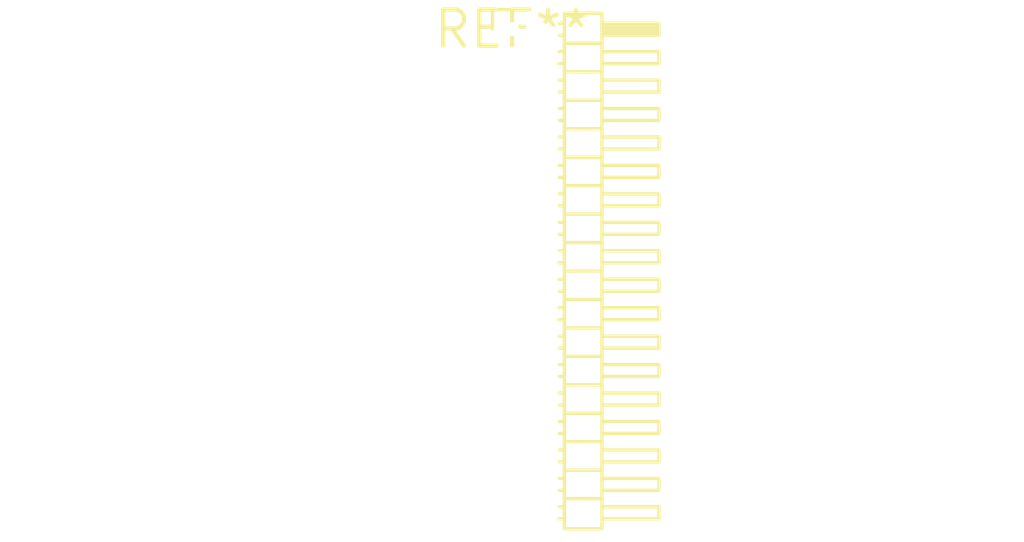
<source format=kicad_pcb>
(kicad_pcb (version 20240108) (generator pcbnew)
  (layers (0 "F.Cu" signal) (31 "B.Cu" signal) (34 "B.Paste" user) (35 "F.Paste" user) (36 "B.SilkS" user "B.Silkscreen") (37 "F.SilkS" user "F.Silkscreen") (38 "B.Mask" user) (39 "F.Mask" user) (44 "Edge.Cuts" user))
  (net 0 "")
  (footprint "PinHeader_2x18_P1.00mm_Horizontal" (layer "F.Cu") (at 0 0)
    (property "Reference" "REF**")
    (property "Value" "PinHeader_2x18_P1.00mm_Horizontal")
    (fp_line (start -0.685 -0.685) (end 0 -0.685) (layer "F.SilkS") (stroke (width 0.12)))
    (fp_line (start -0.685 0) (end -0.685 -0.685) (layer "F.SilkS") (stroke (width 0.12)))
    (fp_line (start 1.652016 -0.21) (end 1.84 -0.21) (layer "F.SilkS") (stroke (width 0.12)))
    (fp_line (start 1.652016 0.21) (end 1.84 0.21) (layer "F.SilkS") (stroke (width 0.12)))
    (fp_line (start 1.652016 0.79) (end 1.84 0.79) (layer "F.SilkS") (stroke (width 0.12)))
    (fp_line (start 1.652016 1.21) (end 1.84 1.21) (layer "F.SilkS") (stroke (width 0.12)))
    (fp_line (start 1.652016 1.79) (end 1.84 1.79) (layer "F.SilkS") (stroke (width 0.12)))
    (fp_line (start 1.652016 2.21) (end 1.84 2.21) (layer "F.SilkS") (stroke (width 0.12)))
    (fp_line (start 1.652016 2.79) (end 1.84 2.79) (layer "F.SilkS") (stroke (width 0.12)))
    (fp_line (start 1.652016 3.21) (end 1.84 3.21) (layer "F.SilkS") (stroke (width 0.12)))
    (fp_line (start 1.652016 3.79) (end 1.84 3.79) (layer "F.SilkS") (stroke (width 0.12)))
    (fp_line (start 1.652016 4.21) (end 1.84 4.21) (layer "F.SilkS") (stroke (width 0.12)))
    (fp_line (start 1.652016 4.79) (end 1.84 4.79) (layer "F.SilkS") (stroke (width 0.12)))
    (fp_line (start 1.652016 5.21) (end 1.84 5.21) (layer "F.SilkS") (stroke (width 0.12)))
    (fp_line (start 1.652016 5.79) (end 1.84 5.79) (layer "F.SilkS") (stroke (width 0.12)))
    (fp_line (start 1.652016 6.21) (end 1.84 6.21) (layer "F.SilkS") (stroke (width 0.12)))
    (fp_line (start 1.652016 6.79) (end 1.84 6.79) (layer "F.SilkS") (stroke (width 0.12)))
    (fp_line (start 1.652016 7.21) (end 1.84 7.21) (layer "F.SilkS") (stroke (width 0.12)))
    (fp_line (start 1.652016 7.79) (end 1.84 7.79) (layer "F.SilkS") (stroke (width 0.12)))
    (fp_line (start 1.652016 8.21) (end 1.84 8.21) (layer "F.SilkS") (stroke (width 0.12)))
    (fp_line (start 1.652016 8.79) (end 1.84 8.79) (layer "F.SilkS") (stroke (width 0.12)))
    (fp_line (start 1.652016 9.21) (end 1.84 9.21) (layer "F.SilkS") (stroke (width 0.12)))
    (fp_line (start 1.652016 9.79) (end 1.84 9.79) (layer "F.SilkS") (stroke (width 0.12)))
    (fp_line (start 1.652016 10.21) (end 1.84 10.21) (layer "F.SilkS") (stroke (width 0.12)))
    (fp_line (start 1.652016 10.79) (end 1.84 10.79) (layer "F.SilkS") (stroke (width 0.12)))
    (fp_line (start 1.652016 11.21) (end 1.84 11.21) (layer "F.SilkS") (stroke (width 0.12)))
    (fp_line (start 1.652016 11.79) (end 1.84 11.79) (layer "F.SilkS") (stroke (width 0.12)))
    (fp_line (start 1.652016 12.21) (end 1.84 12.21) (layer "F.SilkS") (stroke (width 0.12)))
    (fp_line (start 1.652016 12.79) (end 1.84 12.79) (layer "F.SilkS") (stroke (width 0.12)))
    (fp_line (start 1.652016 13.21) (end 1.84 13.21) (layer "F.SilkS") (stroke (width 0.12)))
    (fp_line (start 1.652016 13.79) (end 1.84 13.79) (layer "F.SilkS") (stroke (width 0.12)))
    (fp_line (start 1.652016 14.21) (end 1.84 14.21) (layer "F.SilkS") (stroke (width 0.12)))
    (fp_line (start 1.652016 14.79) (end 1.84 14.79) (layer "F.SilkS") (stroke (width 0.12)))
    (fp_line (start 1.652016 15.21) (end 1.84 15.21) (layer "F.SilkS") (stroke (width 0.12)))
    (fp_line (start 1.652016 15.79) (end 1.84 15.79) (layer "F.SilkS") (stroke (width 0.12)))
    (fp_line (start 1.652016 16.21) (end 1.84 16.21) (layer "F.SilkS") (stroke (width 0.12)))
    (fp_line (start 1.652016 16.79) (end 1.84 16.79) (layer "F.SilkS") (stroke (width 0.12)))
    (fp_line (start 1.652016 17.21) (end 1.84 17.21) (layer "F.SilkS") (stroke (width 0.12)))
    (fp_line (start 1.84 -0.56) (end 1.84 17.56) (layer "F.SilkS") (stroke (width 0.12)))
    (fp_line (start 1.84 0.5) (end 3.16 0.5) (layer "F.SilkS") (stroke (width 0.12)))
    (fp_line (start 1.84 1.5) (end 3.16 1.5) (layer "F.SilkS") (stroke (width 0.12)))
    (fp_line (start 1.84 2.5) (end 3.16 2.5) (layer "F.SilkS") (stroke (width 0.12)))
    (fp_line (start 1.84 3.5) (end 3.16 3.5) (layer "F.SilkS") (stroke (width 0.12)))
    (fp_line (start 1.84 4.5) (end 3.16 4.5) (layer "F.SilkS") (stroke (width 0.12)))
    (fp_line (start 1.84 5.5) (end 3.16 5.5) (layer "F.SilkS") (stroke (width 0.12)))
    (fp_line (start 1.84 6.5) (end 3.16 6.5) (layer "F.SilkS") (stroke (width 0.12)))
    (fp_line (start 1.84 7.5) (end 3.16 7.5) (layer "F.SilkS") (stroke (width 0.12)))
    (fp_line (start 1.84 8.5) (end 3.16 8.5) (layer "F.SilkS") (stroke (width 0.12)))
    (fp_line (start 1.84 9.5) (end 3.16 9.5) (layer "F.SilkS") (stroke (width 0.12)))
    (fp_line (start 1.84 10.5) (end 3.16 10.5) (layer "F.SilkS") (stroke (width 0.12)))
    (fp_line (start 1.84 11.5) (end 3.16 11.5) (layer "F.SilkS") (stroke (width 0.12)))
    (fp_line (start 1.84 12.5) (end 3.16 12.5) (layer "F.SilkS") (stroke (width 0.12)))
    (fp_line (start 1.84 13.5) (end 3.16 13.5) (layer "F.SilkS") (stroke (width 0.12)))
    (fp_line (start 1.84 14.5) (end 3.16 14.5) (layer "F.SilkS") (stroke (width 0.12)))
    (fp_line (start 1.84 15.5) (end 3.16 15.5) (layer "F.SilkS") (stroke (width 0.12)))
    (fp_line (start 1.84 16.5) (end 3.16 16.5) (layer "F.SilkS") (stroke (width 0.12)))
    (fp_line (start 1.84 17.56) (end 3.16 17.56) (layer "F.SilkS") (stroke (width 0.12)))
    (fp_line (start 3.16 -0.56) (end 1.84 -0.56) (layer "F.SilkS") (stroke (width 0.12)))
    (fp_line (start 3.16 -0.21) (end 5.16 -0.21) (layer "F.SilkS") (stroke (width 0.12)))
    (fp_line (start 3.16 -0.15) (end 5.16 -0.15) (layer "F.SilkS") (stroke (width 0.12)))
    (fp_line (start 3.16 -0.03) (end 5.16 -0.03) (layer "F.SilkS") (stroke (width 0.12)))
    (fp_line (start 3.16 0.09) (end 5.16 0.09) (layer "F.SilkS") (stroke (width 0.12)))
    (fp_line (start 3.16 0.79) (end 5.16 0.79) (layer "F.SilkS") (stroke (width 0.12)))
    (fp_line (start 3.16 1.79) (end 5.16 1.79) (layer "F.SilkS") (stroke (width 0.12)))
    (fp_line (start 3.16 2.79) (end 5.16 2.79) (layer "F.SilkS") (stroke (width 0.12)))
    (fp_line (start 3.16 3.79) (end 5.16 3.79) (layer "F.SilkS") (stroke (width 0.12)))
    (fp_line (start 3.16 4.79) (end 5.16 4.79) (layer "F.SilkS") (stroke (width 0.12)))
    (fp_line (start 3.16 5.79) (end 5.16 5.79) (layer "F.SilkS") (stroke (width 0.12)))
    (fp_line (start 3.16 6.79) (end 5.16 6.79) (layer "F.SilkS") (stroke (width 0.12)))
    (fp_line (start 3.16 7.79) (end 5.16 7.79) (layer "F.SilkS") (stroke (width 0.12)))
    (fp_line (start 3.16 8.79) (end 5.16 8.79) (layer "F.SilkS") (stroke (width 0.12)))
    (fp_line (start 3.16 9.79) (end 5.16 9.79) (layer "F.SilkS") (stroke (width 0.12)))
    (fp_line (start 3.16 10.79) (end 5.16 10.79) (layer "F.SilkS") (stroke (width 0.12)))
    (fp_line (start 3.16 11.79) (end 5.16 11.79) (layer "F.SilkS") (stroke (width 0.12)))
    (fp_line (start 3.16 12.79) (end 5.16 12.79) (layer "F.SilkS") (stroke (width 0.12)))
    (fp_line (start 3.16 13.79) (end 5.16 13.79) (layer "F.SilkS") (stroke (width 0.12)))
    (fp_line (start 3.16 14.79) (end 5.16 14.79) (layer "F.SilkS") (stroke (width 0.12)))
    (fp_line (start 3.16 15.79) (end 5.16 15.79) (layer "F.SilkS") (stroke (width 0.12)))
    (fp_line (start 3.16 16.79) (end 5.16 16.79) (layer "F.SilkS") (stroke (width 0.12)))
    (fp_line (start 3.16 17.56) (end 3.16 -0.56) (layer "F.SilkS") (stroke (width 0.12)))
    (fp_line (start 5.16 -0.21) (end 5.16 0.21) (layer "F.SilkS") (stroke (width 0.12)))
    (fp_line (start 5.16 0.21) (end 3.16 0.21) (layer "F.SilkS") (stroke (width 0.12)))
    (fp_line (start 5.16 0.79) (end 5.16 1.21) (layer "F.SilkS") (stroke (width 0.12)))
    (fp_line (start 5.16 1.21) (end 3.16 1.21) (layer "F.SilkS") (stroke (width 0.12)))
    (fp_line (start 5.16 1.79) (end 5.16 2.21) (layer "F.SilkS") (stroke (width 0.12)))
    (fp_line (start 5.16 2.21) (end 3.16 2.21) (layer "F.SilkS") (stroke (width 0.12)))
    (fp_line (start 5.16 2.79) (end 5.16 3.21) (layer "F.SilkS") (stroke (width 0.12)))
    (fp_line (start 5.16 3.21) (end 3.16 3.21) (layer "F.SilkS") (stroke (width 0.12)))
    (fp_line (start 5.16 3.79) (end 5.16 4.21) (layer "F.SilkS") (stroke (width 0.12)))
    (fp_line (start 5.16 4.21) (end 3.16 4.21) (layer "F.SilkS") (stroke (width 0.12)))
    (fp_line (start 5.16 4.79) (end 5.16 5.21) (layer "F.SilkS") (stroke (width 0.12)))
    (fp_line (start 5.16 5.21) (end 3.16 5.21) (layer "F.SilkS") (stroke (width 0.12)))
    (fp_line (start 5.16 5.79) (end 5.16 6.21) (layer "F.SilkS") (stroke (width 0.12)))
    (fp_line (start 5.16 6.21) (end 3.16 6.21) (layer "F.SilkS") (stroke (width 0.12)))
    (fp_line (start 5.16 6.79) (end 5.16 7.21) (layer "F.SilkS") (stroke (width 0.12)))
    (fp_line (start 5.16 7.21) (end 3.16 7.21) (layer "F.SilkS") (stroke (width 0.12)))
    (fp_line (start 5.16 7.79) (end 5.16 8.21) (layer "F.SilkS") (stroke (width 0.12)))
    (fp_line (start 5.16 8.21) (end 3.16 8.21) (layer "F.SilkS") (stroke (width 0.12)))
    (fp_line (start 5.16 8.79) (end 5.16 9.21) (layer "F.SilkS") (stroke (width 0.12)))
    (fp_line (start 5.16 9.21) (end 3.16 9.21) (layer "F.SilkS") (stroke (width 0.12)))
    (fp_line (start 5.16 9.79) (end 5.16 10.21) (layer "F.SilkS") (stroke (width 0.12)))
    (fp_line (start 5.16 10.21) (end 3.16 10.21) (layer "F.SilkS") (stroke (width 0.12)))
    (fp_line (start 5.16 10.79) (end 5.16 11.21) (layer "F.SilkS") (stroke (width 0.12)))
    (fp_line (start 5.16 11.21) (end 3.16 11.21) (layer "F.SilkS") (stroke (width 0.12)))
    (fp_line (start 5.16 11.79) (end 5.16 12.21) (layer "F.SilkS") (stroke (width 0.12)))
    (fp_line (start 5.16 12.21) (end 3.16 12.21) (layer "F.SilkS") (stroke (width 0.12)))
    (fp_line (start 5.16 12.79) (end 5.16 13.21) (layer "F.SilkS") (stroke (width 0.12)))
    (fp_line (start 5.16 13.21) (end 3.16 13.21) (layer "F.SilkS") (stroke (width 0.12)))
    (fp_line (start 5.16 13.79) (end 5.16 14.21) (layer "F.SilkS") (stroke (width 0.12)))
    (fp_line (start 5.16 14.21) (end 3.16 14.21) (layer "F.SilkS") (stroke (width 0.12)))
    (fp_line (start 5.16 14.79) (end 5.16 15.21) (layer "F.SilkS") (stroke (width 0.12)))
    (fp_line (start 5.16 15.21) (end 3.16 15.21) (layer "F.SilkS") (stroke (width 0.12)))
    (fp_line (start 5.16 15.79) (end 5.16 16.21) (layer "F.SilkS") (stroke (width 0.12)))
    (fp_line (start 5.16 16.21) (end 3.16 16.21) (layer "F.SilkS") (stroke (width 0.12)))
    (fp_line (start 5.16 16.79) (end 5.16 17.21) (layer "F.SilkS") (stroke (width 0.12)))
    (fp_line (start 5.16 17.21) (end 3.16 17.21) (layer "F.SilkS") (stroke (width 0.12)))
    (pad "1" thru_hole rect (at 0 0) (size 0.85 0.85) (drill 0.5) (layers *.Cu *.Mask) (remove_unused_layers))
    (pad "2" thru_hole oval (at 1 0) (size 0.85 0.85) (drill 0.5) (layers *.Cu *.Mask) (remove_unused_layers))
    (pad "3" thru_hole oval (at 0 1) (size 0.85 0.85) (drill 0.5) (layers *.Cu *.Mask) (remove_unused_layers))
    (pad "4" thru_hole oval (at 1 1) (size 0.85 0.85) (drill 0.5) (layers *.Cu *.Mask) (remove_unused_layers))
    (pad "5" thru_hole oval (at 0 2) (size 0.85 0.85) (drill 0.5) (layers *.Cu *.Mask) (remove_unused_layers))
    (pad "6" thru_hole oval (at 1 2) (size 0.85 0.85) (drill 0.5) (layers *.Cu *.Mask) (remove_unused_layers))
    (pad "7" thru_hole oval (at 0 3) (size 0.85 0.85) (drill 0.5) (layers *.Cu *.Mask) (remove_unused_layers))
    (pad "8" thru_hole oval (at 1 3) (size 0.85 0.85) (drill 0.5) (layers *.Cu *.Mask) (remove_unused_layers))
    (pad "9" thru_hole oval (at 0 4) (size 0.85 0.85) (drill 0.5) (layers *.Cu *.Mask) (remove_unused_layers))
    (pad "10" thru_hole oval (at 1 4) (size 0.85 0.85) (drill 0.5) (layers *.Cu *.Mask) (remove_unused_layers))
    (pad "11" thru_hole oval (at 0 5) (size 0.85 0.85) (drill 0.5) (layers *.Cu *.Mask) (remove_unused_layers))
    (pad "12" thru_hole oval (at 1 5) (size 0.85 0.85) (drill 0.5) (layers *.Cu *.Mask) (remove_unused_layers))
    (pad "13" thru_hole oval (at 0 6) (size 0.85 0.85) (drill 0.5) (layers *.Cu *.Mask) (remove_unused_layers))
    (pad "14" thru_hole oval (at 1 6) (size 0.85 0.85) (drill 0.5) (layers *.Cu *.Mask) (remove_unused_layers))
    (pad "15" thru_hole oval (at 0 7) (size 0.85 0.85) (drill 0.5) (layers *.Cu *.Mask) (remove_unused_layers))
    (pad "16" thru_hole oval (at 1 7) (size 0.85 0.85) (drill 0.5) (layers *.Cu *.Mask) (remove_unused_layers))
    (pad "17" thru_hole oval (at 0 8) (size 0.85 0.85) (drill 0.5) (layers *.Cu *.Mask) (remove_unused_layers))
    (pad "18" thru_hole oval (at 1 8) (size 0.85 0.85) (drill 0.5) (layers *.Cu *.Mask) (remove_unused_layers))
    (pad "19" thru_hole oval (at 0 9) (size 0.85 0.85) (drill 0.5) (layers *.Cu *.Mask) (remove_unused_layers))
    (pad "20" thru_hole oval (at 1 9) (size 0.85 0.85) (drill 0.5) (layers *.Cu *.Mask) (remove_unused_layers))
    (pad "21" thru_hole oval (at 0 10) (size 0.85 0.85) (drill 0.5) (layers *.Cu *.Mask) (remove_unused_layers))
    (pad "22" thru_hole oval (at 1 10) (size 0.85 0.85) (drill 0.5) (layers *.Cu *.Mask) (remove_unused_layers))
    (pad "23" thru_hole oval (at 0 11) (size 0.85 0.85) (drill 0.5) (layers *.Cu *.Mask) (remove_unused_layers))
    (pad "24" thru_hole oval (at 1 11) (size 0.85 0.85) (drill 0.5) (layers *.Cu *.Mask) (remove_unused_layers))
    (pad "25" thru_hole oval (at 0 12) (size 0.85 0.85) (drill 0.5) (layers *.Cu *.Mask) (remove_unused_layers))
    (pad "26" thru_hole oval (at 1 12) (size 0.85 0.85) (drill 0.5) (layers *.Cu *.Mask) (remove_unused_layers))
    (pad "27" thru_hole oval (at 0 13) (size 0.85 0.85) (drill 0.5) (layers *.Cu *.Mask) (remove_unused_layers))
    (pad "28" thru_hole oval (at 1 13) (size 0.85 0.85) (drill 0.5) (layers *.Cu *.Mask) (remove_unused_layers))
    (pad "29" thru_hole oval (at 0 14) (size 0.85 0.85) (drill 0.5) (layers *.Cu *.Mask) (remove_unused_layers))
    (pad "30" thru_hole oval (at 1 14) (size 0.85 0.85) (drill 0.5) (layers *.Cu *.Mask) (remove_unused_layers))
    (pad "31" thru_hole oval (at 0 15) (size 0.85 0.85) (drill 0.5) (layers *.Cu *.Mask) (remove_unused_layers))
    (pad "32" thru_hole oval (at 1 15) (size 0.85 0.85) (drill 0.5) (layers *.Cu *.Mask) (remove_unused_layers))
    (pad "33" thru_hole oval (at 0 16) (size 0.85 0.85) (drill 0.5) (layers *.Cu *.Mask) (remove_unused_layers))
    (pad "34" thru_hole oval (at 1 16) (size 0.85 0.85) (drill 0.5) (layers *.Cu *.Mask) (remove_unused_layers))
    (pad "35" thru_hole oval (at 0 17) (size 0.85 0.85) (drill 0.5) (layers *.Cu *.Mask) (remove_unused_layers))
    (pad "36" thru_hole oval (at 1 17) (size 0.85 0.85) (drill 0.5) (layers *.Cu *.Mask) (remove_unused_layers))
  )
)
</source>
